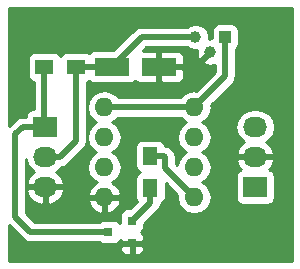
<source format=gbl>
G04 #@! TF.GenerationSoftware,KiCad,Pcbnew,no-vcs-found-0e6723b~58~ubuntu16.10.1*
G04 #@! TF.CreationDate,2017-07-28T21:57:49+01:00*
G04 #@! TF.ProjectId,Discovery SLS controller,446973636F7665727920534C5320636F,rev?*
G04 #@! TF.FileFunction,Copper,L2,Bot,Signal*
G04 #@! TF.FilePolarity,Positive*
%FSLAX46Y46*%
G04 Gerber Fmt 4.6, Leading zero omitted, Abs format (unit mm)*
G04 Created by KiCad (PCBNEW no-vcs-found-0e6723b~58~ubuntu16.10.1) date Fri Jul 28 21:57:49 2017*
%MOMM*%
%LPD*%
G01*
G04 APERTURE LIST*
%ADD10C,0.100000*%
%ADD11R,1.000000X1.000000*%
%ADD12C,1.000000*%
%ADD13R,2.999740X1.501140*%
%ADD14O,1.600000X1.600000*%
%ADD15R,2.032000X1.727200*%
%ADD16O,2.032000X1.727200*%
%ADD17R,0.800100X0.800100*%
%ADD18R,1.300000X1.500000*%
%ADD19R,1.500000X1.300000*%
%ADD20C,0.500000*%
%ADD21C,0.254000*%
G04 APERTURE END LIST*
D10*
D11*
X167640000Y-105410000D03*
D12*
X165100000Y-105410000D03*
X166370000Y-106680000D03*
D13*
X162018980Y-107950000D03*
X158021020Y-107950000D03*
D14*
X157391100Y-111353600D03*
X157391100Y-113893600D03*
X157391100Y-116433600D03*
X157391100Y-118973600D03*
X165011100Y-118973600D03*
X165011100Y-116433600D03*
X165011100Y-113893600D03*
X165011100Y-111353600D03*
D15*
X152400000Y-113030000D03*
D16*
X152400000Y-115570000D03*
X152400000Y-118110000D03*
D15*
X170180000Y-118110000D03*
D16*
X170180000Y-115570000D03*
X170180000Y-113030000D03*
D17*
X159750760Y-120970000D03*
X159750760Y-122870000D03*
X157751780Y-121920000D03*
D18*
X161290000Y-118190000D03*
X161290000Y-115490000D03*
D19*
X155020000Y-107950000D03*
X152320000Y-107950000D03*
D20*
X165100000Y-105410000D02*
X160561020Y-105410000D01*
X160561020Y-105410000D02*
X158021020Y-107950000D01*
X152400000Y-115570000D02*
X153670000Y-115570000D01*
X155020000Y-114220000D02*
X155020000Y-107950000D01*
X153670000Y-115570000D02*
X155020000Y-114220000D01*
X155020000Y-107950000D02*
X158021020Y-107950000D01*
X167640000Y-105410000D02*
X167640000Y-108724700D01*
X167640000Y-108724700D02*
X165011100Y-111353600D01*
X157391100Y-111353600D02*
X165011100Y-111353600D01*
X162560000Y-116522500D02*
X162560000Y-115610000D01*
X162440000Y-115490000D02*
X161290000Y-115490000D01*
X162560000Y-115610000D02*
X162440000Y-115490000D01*
X165011100Y-118973600D02*
X162560000Y-116522500D01*
X157751780Y-121920000D02*
X151130000Y-121920000D01*
X150495000Y-113030000D02*
X152400000Y-113030000D01*
X149860000Y-113665000D02*
X150495000Y-113030000D01*
X149860000Y-120650000D02*
X149860000Y-113665000D01*
X151130000Y-121920000D02*
X149860000Y-120650000D01*
X152320000Y-107950000D02*
X152320000Y-112950000D01*
X152320000Y-112950000D02*
X152400000Y-113030000D01*
X161290000Y-119460000D02*
X161290000Y-118190000D01*
X159750760Y-120970000D02*
X159780000Y-120970000D01*
X159780000Y-120970000D02*
X161290000Y-119460000D01*
D21*
G36*
X173280000Y-124385000D02*
X149300000Y-124385000D01*
X149300000Y-123155750D01*
X158715710Y-123155750D01*
X158715710Y-123396359D01*
X158812383Y-123629748D01*
X158991011Y-123808377D01*
X159224400Y-123905050D01*
X159465010Y-123905050D01*
X159623760Y-123746300D01*
X159623760Y-122997000D01*
X159877760Y-122997000D01*
X159877760Y-123746300D01*
X160036510Y-123905050D01*
X160277120Y-123905050D01*
X160510509Y-123808377D01*
X160689137Y-123629748D01*
X160785810Y-123396359D01*
X160785810Y-123155750D01*
X160627060Y-122997000D01*
X159877760Y-122997000D01*
X159623760Y-122997000D01*
X158874460Y-122997000D01*
X158715710Y-123155750D01*
X149300000Y-123155750D01*
X149300000Y-121341580D01*
X150504208Y-122545787D01*
X150504210Y-122545790D01*
X150791325Y-122737633D01*
X151130000Y-122805001D01*
X151130005Y-122805000D01*
X156934540Y-122805000D01*
X157103965Y-122918207D01*
X157351730Y-122967490D01*
X158151830Y-122967490D01*
X158399595Y-122918207D01*
X158609639Y-122777859D01*
X158729675Y-122598215D01*
X158874460Y-122743000D01*
X159623760Y-122743000D01*
X159623760Y-122723000D01*
X159877760Y-122723000D01*
X159877760Y-122743000D01*
X160627060Y-122743000D01*
X160785810Y-122584250D01*
X160785810Y-122343641D01*
X160689137Y-122110252D01*
X160510509Y-121931623D01*
X160475209Y-121917001D01*
X160608619Y-121827859D01*
X160748967Y-121617815D01*
X160798250Y-121370050D01*
X160798250Y-121203330D01*
X161915787Y-120085792D01*
X161915790Y-120085790D01*
X162107633Y-119798675D01*
X162158287Y-119544020D01*
X162187765Y-119538157D01*
X162397809Y-119397809D01*
X162538157Y-119187765D01*
X162587440Y-118940000D01*
X162587440Y-117801520D01*
X163583083Y-118797162D01*
X163547987Y-118973600D01*
X163657220Y-119522751D01*
X163968289Y-119988298D01*
X164433836Y-120299367D01*
X164982987Y-120408600D01*
X165039213Y-120408600D01*
X165588364Y-120299367D01*
X166053911Y-119988298D01*
X166364980Y-119522751D01*
X166474213Y-118973600D01*
X166364980Y-118424449D01*
X166053911Y-117958902D01*
X165671825Y-117703600D01*
X166053911Y-117448298D01*
X166188815Y-117246400D01*
X168516560Y-117246400D01*
X168516560Y-118973600D01*
X168565843Y-119221365D01*
X168706191Y-119431409D01*
X168916235Y-119571757D01*
X169164000Y-119621040D01*
X171196000Y-119621040D01*
X171443765Y-119571757D01*
X171653809Y-119431409D01*
X171794157Y-119221365D01*
X171843440Y-118973600D01*
X171843440Y-117246400D01*
X171794157Y-116998635D01*
X171653809Y-116788591D01*
X171443765Y-116648243D01*
X171353590Y-116630306D01*
X171530732Y-116472036D01*
X171784709Y-115944791D01*
X171787358Y-115929026D01*
X171666217Y-115697000D01*
X170307000Y-115697000D01*
X170307000Y-115717000D01*
X170053000Y-115717000D01*
X170053000Y-115697000D01*
X168693783Y-115697000D01*
X168572642Y-115929026D01*
X168575291Y-115944791D01*
X168829268Y-116472036D01*
X169006410Y-116630306D01*
X168916235Y-116648243D01*
X168706191Y-116788591D01*
X168565843Y-116998635D01*
X168516560Y-117246400D01*
X166188815Y-117246400D01*
X166364980Y-116982751D01*
X166474213Y-116433600D01*
X166364980Y-115884449D01*
X166053911Y-115418902D01*
X165671825Y-115163600D01*
X166053911Y-114908298D01*
X166364980Y-114442751D01*
X166474213Y-113893600D01*
X166364980Y-113344449D01*
X166154872Y-113030000D01*
X168496655Y-113030000D01*
X168610729Y-113603489D01*
X168935585Y-114089670D01*
X169245069Y-114296461D01*
X168829268Y-114667964D01*
X168575291Y-115195209D01*
X168572642Y-115210974D01*
X168693783Y-115443000D01*
X170053000Y-115443000D01*
X170053000Y-115423000D01*
X170307000Y-115423000D01*
X170307000Y-115443000D01*
X171666217Y-115443000D01*
X171787358Y-115210974D01*
X171784709Y-115195209D01*
X171530732Y-114667964D01*
X171114931Y-114296461D01*
X171424415Y-114089670D01*
X171749271Y-113603489D01*
X171863345Y-113030000D01*
X171749271Y-112456511D01*
X171424415Y-111970330D01*
X170938234Y-111645474D01*
X170364745Y-111531400D01*
X169995255Y-111531400D01*
X169421766Y-111645474D01*
X168935585Y-111970330D01*
X168610729Y-112456511D01*
X168496655Y-113030000D01*
X166154872Y-113030000D01*
X166053911Y-112878902D01*
X165671825Y-112623600D01*
X166053911Y-112368298D01*
X166364980Y-111902751D01*
X166474213Y-111353600D01*
X166439117Y-111177162D01*
X168265787Y-109350492D01*
X168265790Y-109350490D01*
X168457633Y-109063375D01*
X168503060Y-108835000D01*
X168525001Y-108724700D01*
X168525000Y-108724695D01*
X168525000Y-106416459D01*
X168597809Y-106367809D01*
X168738157Y-106157765D01*
X168787440Y-105910000D01*
X168787440Y-104910000D01*
X168738157Y-104662235D01*
X168597809Y-104452191D01*
X168387765Y-104311843D01*
X168140000Y-104262560D01*
X167140000Y-104262560D01*
X166892235Y-104311843D01*
X166682191Y-104452191D01*
X166541843Y-104662235D01*
X166492560Y-104910000D01*
X166492560Y-105533479D01*
X166234877Y-105551727D01*
X166235197Y-105185225D01*
X166062767Y-104767914D01*
X165743765Y-104448355D01*
X165326756Y-104275197D01*
X164875225Y-104274803D01*
X164457914Y-104447233D01*
X164380011Y-104525000D01*
X160561020Y-104525000D01*
X160222345Y-104592367D01*
X159935230Y-104784210D01*
X159935228Y-104784213D01*
X158167450Y-106551990D01*
X156521150Y-106551990D01*
X156273385Y-106601273D01*
X156070319Y-106736959D01*
X156017765Y-106701843D01*
X155770000Y-106652560D01*
X154270000Y-106652560D01*
X154022235Y-106701843D01*
X153812191Y-106842191D01*
X153671843Y-107052235D01*
X153670000Y-107061500D01*
X153668157Y-107052235D01*
X153527809Y-106842191D01*
X153317765Y-106701843D01*
X153070000Y-106652560D01*
X151570000Y-106652560D01*
X151322235Y-106701843D01*
X151112191Y-106842191D01*
X150971843Y-107052235D01*
X150922560Y-107300000D01*
X150922560Y-108600000D01*
X150971843Y-108847765D01*
X151112191Y-109057809D01*
X151322235Y-109198157D01*
X151435000Y-109220587D01*
X151435000Y-111518960D01*
X151384000Y-111518960D01*
X151136235Y-111568243D01*
X150926191Y-111708591D01*
X150785843Y-111918635D01*
X150740817Y-112145000D01*
X150495005Y-112145000D01*
X150495000Y-112144999D01*
X150156326Y-112212366D01*
X150156324Y-112212367D01*
X150156325Y-112212367D01*
X149869210Y-112404210D01*
X149869208Y-112404213D01*
X149300000Y-112973420D01*
X149300000Y-102945000D01*
X173280000Y-102945000D01*
X173280000Y-124385000D01*
X173280000Y-124385000D01*
G37*
X173280000Y-124385000D02*
X149300000Y-124385000D01*
X149300000Y-123155750D01*
X158715710Y-123155750D01*
X158715710Y-123396359D01*
X158812383Y-123629748D01*
X158991011Y-123808377D01*
X159224400Y-123905050D01*
X159465010Y-123905050D01*
X159623760Y-123746300D01*
X159623760Y-122997000D01*
X159877760Y-122997000D01*
X159877760Y-123746300D01*
X160036510Y-123905050D01*
X160277120Y-123905050D01*
X160510509Y-123808377D01*
X160689137Y-123629748D01*
X160785810Y-123396359D01*
X160785810Y-123155750D01*
X160627060Y-122997000D01*
X159877760Y-122997000D01*
X159623760Y-122997000D01*
X158874460Y-122997000D01*
X158715710Y-123155750D01*
X149300000Y-123155750D01*
X149300000Y-121341580D01*
X150504208Y-122545787D01*
X150504210Y-122545790D01*
X150791325Y-122737633D01*
X151130000Y-122805001D01*
X151130005Y-122805000D01*
X156934540Y-122805000D01*
X157103965Y-122918207D01*
X157351730Y-122967490D01*
X158151830Y-122967490D01*
X158399595Y-122918207D01*
X158609639Y-122777859D01*
X158729675Y-122598215D01*
X158874460Y-122743000D01*
X159623760Y-122743000D01*
X159623760Y-122723000D01*
X159877760Y-122723000D01*
X159877760Y-122743000D01*
X160627060Y-122743000D01*
X160785810Y-122584250D01*
X160785810Y-122343641D01*
X160689137Y-122110252D01*
X160510509Y-121931623D01*
X160475209Y-121917001D01*
X160608619Y-121827859D01*
X160748967Y-121617815D01*
X160798250Y-121370050D01*
X160798250Y-121203330D01*
X161915787Y-120085792D01*
X161915790Y-120085790D01*
X162107633Y-119798675D01*
X162158287Y-119544020D01*
X162187765Y-119538157D01*
X162397809Y-119397809D01*
X162538157Y-119187765D01*
X162587440Y-118940000D01*
X162587440Y-117801520D01*
X163583083Y-118797162D01*
X163547987Y-118973600D01*
X163657220Y-119522751D01*
X163968289Y-119988298D01*
X164433836Y-120299367D01*
X164982987Y-120408600D01*
X165039213Y-120408600D01*
X165588364Y-120299367D01*
X166053911Y-119988298D01*
X166364980Y-119522751D01*
X166474213Y-118973600D01*
X166364980Y-118424449D01*
X166053911Y-117958902D01*
X165671825Y-117703600D01*
X166053911Y-117448298D01*
X166188815Y-117246400D01*
X168516560Y-117246400D01*
X168516560Y-118973600D01*
X168565843Y-119221365D01*
X168706191Y-119431409D01*
X168916235Y-119571757D01*
X169164000Y-119621040D01*
X171196000Y-119621040D01*
X171443765Y-119571757D01*
X171653809Y-119431409D01*
X171794157Y-119221365D01*
X171843440Y-118973600D01*
X171843440Y-117246400D01*
X171794157Y-116998635D01*
X171653809Y-116788591D01*
X171443765Y-116648243D01*
X171353590Y-116630306D01*
X171530732Y-116472036D01*
X171784709Y-115944791D01*
X171787358Y-115929026D01*
X171666217Y-115697000D01*
X170307000Y-115697000D01*
X170307000Y-115717000D01*
X170053000Y-115717000D01*
X170053000Y-115697000D01*
X168693783Y-115697000D01*
X168572642Y-115929026D01*
X168575291Y-115944791D01*
X168829268Y-116472036D01*
X169006410Y-116630306D01*
X168916235Y-116648243D01*
X168706191Y-116788591D01*
X168565843Y-116998635D01*
X168516560Y-117246400D01*
X166188815Y-117246400D01*
X166364980Y-116982751D01*
X166474213Y-116433600D01*
X166364980Y-115884449D01*
X166053911Y-115418902D01*
X165671825Y-115163600D01*
X166053911Y-114908298D01*
X166364980Y-114442751D01*
X166474213Y-113893600D01*
X166364980Y-113344449D01*
X166154872Y-113030000D01*
X168496655Y-113030000D01*
X168610729Y-113603489D01*
X168935585Y-114089670D01*
X169245069Y-114296461D01*
X168829268Y-114667964D01*
X168575291Y-115195209D01*
X168572642Y-115210974D01*
X168693783Y-115443000D01*
X170053000Y-115443000D01*
X170053000Y-115423000D01*
X170307000Y-115423000D01*
X170307000Y-115443000D01*
X171666217Y-115443000D01*
X171787358Y-115210974D01*
X171784709Y-115195209D01*
X171530732Y-114667964D01*
X171114931Y-114296461D01*
X171424415Y-114089670D01*
X171749271Y-113603489D01*
X171863345Y-113030000D01*
X171749271Y-112456511D01*
X171424415Y-111970330D01*
X170938234Y-111645474D01*
X170364745Y-111531400D01*
X169995255Y-111531400D01*
X169421766Y-111645474D01*
X168935585Y-111970330D01*
X168610729Y-112456511D01*
X168496655Y-113030000D01*
X166154872Y-113030000D01*
X166053911Y-112878902D01*
X165671825Y-112623600D01*
X166053911Y-112368298D01*
X166364980Y-111902751D01*
X166474213Y-111353600D01*
X166439117Y-111177162D01*
X168265787Y-109350492D01*
X168265790Y-109350490D01*
X168457633Y-109063375D01*
X168503060Y-108835000D01*
X168525001Y-108724700D01*
X168525000Y-108724695D01*
X168525000Y-106416459D01*
X168597809Y-106367809D01*
X168738157Y-106157765D01*
X168787440Y-105910000D01*
X168787440Y-104910000D01*
X168738157Y-104662235D01*
X168597809Y-104452191D01*
X168387765Y-104311843D01*
X168140000Y-104262560D01*
X167140000Y-104262560D01*
X166892235Y-104311843D01*
X166682191Y-104452191D01*
X166541843Y-104662235D01*
X166492560Y-104910000D01*
X166492560Y-105533479D01*
X166234877Y-105551727D01*
X166235197Y-105185225D01*
X166062767Y-104767914D01*
X165743765Y-104448355D01*
X165326756Y-104275197D01*
X164875225Y-104274803D01*
X164457914Y-104447233D01*
X164380011Y-104525000D01*
X160561020Y-104525000D01*
X160222345Y-104592367D01*
X159935230Y-104784210D01*
X159935228Y-104784213D01*
X158167450Y-106551990D01*
X156521150Y-106551990D01*
X156273385Y-106601273D01*
X156070319Y-106736959D01*
X156017765Y-106701843D01*
X155770000Y-106652560D01*
X154270000Y-106652560D01*
X154022235Y-106701843D01*
X153812191Y-106842191D01*
X153671843Y-107052235D01*
X153670000Y-107061500D01*
X153668157Y-107052235D01*
X153527809Y-106842191D01*
X153317765Y-106701843D01*
X153070000Y-106652560D01*
X151570000Y-106652560D01*
X151322235Y-106701843D01*
X151112191Y-106842191D01*
X150971843Y-107052235D01*
X150922560Y-107300000D01*
X150922560Y-108600000D01*
X150971843Y-108847765D01*
X151112191Y-109057809D01*
X151322235Y-109198157D01*
X151435000Y-109220587D01*
X151435000Y-111518960D01*
X151384000Y-111518960D01*
X151136235Y-111568243D01*
X150926191Y-111708591D01*
X150785843Y-111918635D01*
X150740817Y-112145000D01*
X150495005Y-112145000D01*
X150495000Y-112144999D01*
X150156326Y-112212366D01*
X150156324Y-112212367D01*
X150156325Y-112212367D01*
X149869210Y-112404210D01*
X149869208Y-112404213D01*
X149300000Y-112973420D01*
X149300000Y-102945000D01*
X173280000Y-102945000D01*
X173280000Y-124385000D01*
G36*
X164456235Y-106371645D02*
X164873244Y-106544803D01*
X165222606Y-106545108D01*
X165253783Y-106985375D01*
X165364783Y-107253352D01*
X165579896Y-107290499D01*
X166190395Y-106680000D01*
X166176253Y-106665858D01*
X166355858Y-106486253D01*
X166370000Y-106500395D01*
X166384143Y-106486253D01*
X166563748Y-106665858D01*
X166549605Y-106680000D01*
X166563748Y-106694143D01*
X166384143Y-106873748D01*
X166370000Y-106859605D01*
X165759501Y-107470104D01*
X165796648Y-107685217D01*
X166224972Y-107828112D01*
X166675375Y-107796217D01*
X166755000Y-107763235D01*
X166755000Y-108358121D01*
X165168753Y-109944367D01*
X165039213Y-109918600D01*
X164982987Y-109918600D01*
X164433836Y-110027833D01*
X163968289Y-110338902D01*
X163881627Y-110468600D01*
X158520573Y-110468600D01*
X158433911Y-110338902D01*
X157968364Y-110027833D01*
X157419213Y-109918600D01*
X157362987Y-109918600D01*
X156813836Y-110027833D01*
X156348289Y-110338902D01*
X156037220Y-110804449D01*
X155927987Y-111353600D01*
X156037220Y-111902751D01*
X156348289Y-112368298D01*
X156730375Y-112623600D01*
X156348289Y-112878902D01*
X156037220Y-113344449D01*
X155927987Y-113893600D01*
X156037220Y-114442751D01*
X156348289Y-114908298D01*
X156730375Y-115163600D01*
X156348289Y-115418902D01*
X156037220Y-115884449D01*
X155927987Y-116433600D01*
X156037220Y-116982751D01*
X156348289Y-117448298D01*
X156752803Y-117718586D01*
X156535966Y-117821211D01*
X156160059Y-118236177D01*
X155999196Y-118624561D01*
X156121185Y-118846600D01*
X157264100Y-118846600D01*
X157264100Y-118826600D01*
X157518100Y-118826600D01*
X157518100Y-118846600D01*
X158661015Y-118846600D01*
X158783004Y-118624561D01*
X158622141Y-118236177D01*
X158246234Y-117821211D01*
X158029397Y-117718586D01*
X158433911Y-117448298D01*
X158744980Y-116982751D01*
X158854213Y-116433600D01*
X158744980Y-115884449D01*
X158433911Y-115418902D01*
X158051825Y-115163600D01*
X158433911Y-114908298D01*
X158744980Y-114442751D01*
X158854213Y-113893600D01*
X158744980Y-113344449D01*
X158433911Y-112878902D01*
X158051825Y-112623600D01*
X158433911Y-112368298D01*
X158520573Y-112238600D01*
X163881627Y-112238600D01*
X163968289Y-112368298D01*
X164350375Y-112623600D01*
X163968289Y-112878902D01*
X163657220Y-113344449D01*
X163547987Y-113893600D01*
X163657220Y-114442751D01*
X163968289Y-114908298D01*
X164350375Y-115163600D01*
X163968289Y-115418902D01*
X163657220Y-115884449D01*
X163576970Y-116287891D01*
X163445000Y-116155920D01*
X163445000Y-115610005D01*
X163445001Y-115610000D01*
X163377633Y-115271326D01*
X163377633Y-115271325D01*
X163185790Y-114984210D01*
X163185787Y-114984208D01*
X163065790Y-114864210D01*
X163038222Y-114845790D01*
X162778675Y-114672367D01*
X162722484Y-114661190D01*
X162565555Y-114629974D01*
X162538157Y-114492235D01*
X162397809Y-114282191D01*
X162187765Y-114141843D01*
X161940000Y-114092560D01*
X160640000Y-114092560D01*
X160392235Y-114141843D01*
X160182191Y-114282191D01*
X160041843Y-114492235D01*
X159992560Y-114740000D01*
X159992560Y-116240000D01*
X160041843Y-116487765D01*
X160182191Y-116697809D01*
X160392235Y-116838157D01*
X160401500Y-116840000D01*
X160392235Y-116841843D01*
X160182191Y-116982191D01*
X160041843Y-117192235D01*
X159992560Y-117440000D01*
X159992560Y-118940000D01*
X160041843Y-119187765D01*
X160149515Y-119348906D01*
X159575910Y-119922510D01*
X159350710Y-119922510D01*
X159102945Y-119971793D01*
X158892901Y-120112141D01*
X158752553Y-120322185D01*
X158703270Y-120569950D01*
X158703270Y-121202269D01*
X158609639Y-121062141D01*
X158399595Y-120921793D01*
X158151830Y-120872510D01*
X157351730Y-120872510D01*
X157103965Y-120921793D01*
X156934540Y-121035000D01*
X151496579Y-121035000D01*
X150745000Y-120283420D01*
X150745000Y-118469026D01*
X150792642Y-118469026D01*
X150795291Y-118484791D01*
X151049268Y-119012036D01*
X151485680Y-119401954D01*
X152038087Y-119595184D01*
X152273000Y-119450924D01*
X152273000Y-118237000D01*
X152527000Y-118237000D01*
X152527000Y-119450924D01*
X152761913Y-119595184D01*
X153314320Y-119401954D01*
X153403092Y-119322639D01*
X155999196Y-119322639D01*
X156160059Y-119711023D01*
X156535966Y-120125989D01*
X157042059Y-120365514D01*
X157264100Y-120244229D01*
X157264100Y-119100600D01*
X157518100Y-119100600D01*
X157518100Y-120244229D01*
X157740141Y-120365514D01*
X158246234Y-120125989D01*
X158622141Y-119711023D01*
X158783004Y-119322639D01*
X158661015Y-119100600D01*
X157518100Y-119100600D01*
X157264100Y-119100600D01*
X156121185Y-119100600D01*
X155999196Y-119322639D01*
X153403092Y-119322639D01*
X153750732Y-119012036D01*
X154004709Y-118484791D01*
X154007358Y-118469026D01*
X153886217Y-118237000D01*
X152527000Y-118237000D01*
X152273000Y-118237000D01*
X150913783Y-118237000D01*
X150792642Y-118469026D01*
X150745000Y-118469026D01*
X150745000Y-115712500D01*
X150830729Y-116143489D01*
X151155585Y-116629670D01*
X151465069Y-116836461D01*
X151049268Y-117207964D01*
X150795291Y-117735209D01*
X150792642Y-117750974D01*
X150913783Y-117983000D01*
X152273000Y-117983000D01*
X152273000Y-117963000D01*
X152527000Y-117963000D01*
X152527000Y-117983000D01*
X153886217Y-117983000D01*
X154007358Y-117750974D01*
X154004709Y-117735209D01*
X153750732Y-117207964D01*
X153334931Y-116836461D01*
X153644415Y-116629670D01*
X153775093Y-116434096D01*
X153952484Y-116398810D01*
X154008675Y-116387633D01*
X154295790Y-116195790D01*
X155645787Y-114845792D01*
X155645790Y-114845790D01*
X155837633Y-114558675D01*
X155905000Y-114220000D01*
X155905000Y-109220587D01*
X156017765Y-109198157D01*
X156070319Y-109163041D01*
X156273385Y-109298727D01*
X156521150Y-109348010D01*
X159520890Y-109348010D01*
X159768655Y-109298727D01*
X159978699Y-109158379D01*
X160018831Y-109098317D01*
X160159412Y-109238897D01*
X160392801Y-109335570D01*
X161733230Y-109335570D01*
X161891980Y-109176820D01*
X161891980Y-108077000D01*
X162145980Y-108077000D01*
X162145980Y-109176820D01*
X162304730Y-109335570D01*
X163645159Y-109335570D01*
X163878548Y-109238897D01*
X164057177Y-109060269D01*
X164153850Y-108826880D01*
X164153850Y-108235750D01*
X163995100Y-108077000D01*
X162145980Y-108077000D01*
X161891980Y-108077000D01*
X161871980Y-108077000D01*
X161871980Y-107823000D01*
X161891980Y-107823000D01*
X161891980Y-106723180D01*
X162145980Y-106723180D01*
X162145980Y-107823000D01*
X163995100Y-107823000D01*
X164153850Y-107664250D01*
X164153850Y-107073120D01*
X164057177Y-106839731D01*
X163878548Y-106661103D01*
X163645159Y-106564430D01*
X162304730Y-106564430D01*
X162145980Y-106723180D01*
X161891980Y-106723180D01*
X161733230Y-106564430D01*
X160658169Y-106564430D01*
X160927599Y-106295000D01*
X164379724Y-106295000D01*
X164456235Y-106371645D01*
X164456235Y-106371645D01*
G37*
X164456235Y-106371645D02*
X164873244Y-106544803D01*
X165222606Y-106545108D01*
X165253783Y-106985375D01*
X165364783Y-107253352D01*
X165579896Y-107290499D01*
X166190395Y-106680000D01*
X166176253Y-106665858D01*
X166355858Y-106486253D01*
X166370000Y-106500395D01*
X166384143Y-106486253D01*
X166563748Y-106665858D01*
X166549605Y-106680000D01*
X166563748Y-106694143D01*
X166384143Y-106873748D01*
X166370000Y-106859605D01*
X165759501Y-107470104D01*
X165796648Y-107685217D01*
X166224972Y-107828112D01*
X166675375Y-107796217D01*
X166755000Y-107763235D01*
X166755000Y-108358121D01*
X165168753Y-109944367D01*
X165039213Y-109918600D01*
X164982987Y-109918600D01*
X164433836Y-110027833D01*
X163968289Y-110338902D01*
X163881627Y-110468600D01*
X158520573Y-110468600D01*
X158433911Y-110338902D01*
X157968364Y-110027833D01*
X157419213Y-109918600D01*
X157362987Y-109918600D01*
X156813836Y-110027833D01*
X156348289Y-110338902D01*
X156037220Y-110804449D01*
X155927987Y-111353600D01*
X156037220Y-111902751D01*
X156348289Y-112368298D01*
X156730375Y-112623600D01*
X156348289Y-112878902D01*
X156037220Y-113344449D01*
X155927987Y-113893600D01*
X156037220Y-114442751D01*
X156348289Y-114908298D01*
X156730375Y-115163600D01*
X156348289Y-115418902D01*
X156037220Y-115884449D01*
X155927987Y-116433600D01*
X156037220Y-116982751D01*
X156348289Y-117448298D01*
X156752803Y-117718586D01*
X156535966Y-117821211D01*
X156160059Y-118236177D01*
X155999196Y-118624561D01*
X156121185Y-118846600D01*
X157264100Y-118846600D01*
X157264100Y-118826600D01*
X157518100Y-118826600D01*
X157518100Y-118846600D01*
X158661015Y-118846600D01*
X158783004Y-118624561D01*
X158622141Y-118236177D01*
X158246234Y-117821211D01*
X158029397Y-117718586D01*
X158433911Y-117448298D01*
X158744980Y-116982751D01*
X158854213Y-116433600D01*
X158744980Y-115884449D01*
X158433911Y-115418902D01*
X158051825Y-115163600D01*
X158433911Y-114908298D01*
X158744980Y-114442751D01*
X158854213Y-113893600D01*
X158744980Y-113344449D01*
X158433911Y-112878902D01*
X158051825Y-112623600D01*
X158433911Y-112368298D01*
X158520573Y-112238600D01*
X163881627Y-112238600D01*
X163968289Y-112368298D01*
X164350375Y-112623600D01*
X163968289Y-112878902D01*
X163657220Y-113344449D01*
X163547987Y-113893600D01*
X163657220Y-114442751D01*
X163968289Y-114908298D01*
X164350375Y-115163600D01*
X163968289Y-115418902D01*
X163657220Y-115884449D01*
X163576970Y-116287891D01*
X163445000Y-116155920D01*
X163445000Y-115610005D01*
X163445001Y-115610000D01*
X163377633Y-115271326D01*
X163377633Y-115271325D01*
X163185790Y-114984210D01*
X163185787Y-114984208D01*
X163065790Y-114864210D01*
X163038222Y-114845790D01*
X162778675Y-114672367D01*
X162722484Y-114661190D01*
X162565555Y-114629974D01*
X162538157Y-114492235D01*
X162397809Y-114282191D01*
X162187765Y-114141843D01*
X161940000Y-114092560D01*
X160640000Y-114092560D01*
X160392235Y-114141843D01*
X160182191Y-114282191D01*
X160041843Y-114492235D01*
X159992560Y-114740000D01*
X159992560Y-116240000D01*
X160041843Y-116487765D01*
X160182191Y-116697809D01*
X160392235Y-116838157D01*
X160401500Y-116840000D01*
X160392235Y-116841843D01*
X160182191Y-116982191D01*
X160041843Y-117192235D01*
X159992560Y-117440000D01*
X159992560Y-118940000D01*
X160041843Y-119187765D01*
X160149515Y-119348906D01*
X159575910Y-119922510D01*
X159350710Y-119922510D01*
X159102945Y-119971793D01*
X158892901Y-120112141D01*
X158752553Y-120322185D01*
X158703270Y-120569950D01*
X158703270Y-121202269D01*
X158609639Y-121062141D01*
X158399595Y-120921793D01*
X158151830Y-120872510D01*
X157351730Y-120872510D01*
X157103965Y-120921793D01*
X156934540Y-121035000D01*
X151496579Y-121035000D01*
X150745000Y-120283420D01*
X150745000Y-118469026D01*
X150792642Y-118469026D01*
X150795291Y-118484791D01*
X151049268Y-119012036D01*
X151485680Y-119401954D01*
X152038087Y-119595184D01*
X152273000Y-119450924D01*
X152273000Y-118237000D01*
X152527000Y-118237000D01*
X152527000Y-119450924D01*
X152761913Y-119595184D01*
X153314320Y-119401954D01*
X153403092Y-119322639D01*
X155999196Y-119322639D01*
X156160059Y-119711023D01*
X156535966Y-120125989D01*
X157042059Y-120365514D01*
X157264100Y-120244229D01*
X157264100Y-119100600D01*
X157518100Y-119100600D01*
X157518100Y-120244229D01*
X157740141Y-120365514D01*
X158246234Y-120125989D01*
X158622141Y-119711023D01*
X158783004Y-119322639D01*
X158661015Y-119100600D01*
X157518100Y-119100600D01*
X157264100Y-119100600D01*
X156121185Y-119100600D01*
X155999196Y-119322639D01*
X153403092Y-119322639D01*
X153750732Y-119012036D01*
X154004709Y-118484791D01*
X154007358Y-118469026D01*
X153886217Y-118237000D01*
X152527000Y-118237000D01*
X152273000Y-118237000D01*
X150913783Y-118237000D01*
X150792642Y-118469026D01*
X150745000Y-118469026D01*
X150745000Y-115712500D01*
X150830729Y-116143489D01*
X151155585Y-116629670D01*
X151465069Y-116836461D01*
X151049268Y-117207964D01*
X150795291Y-117735209D01*
X150792642Y-117750974D01*
X150913783Y-117983000D01*
X152273000Y-117983000D01*
X152273000Y-117963000D01*
X152527000Y-117963000D01*
X152527000Y-117983000D01*
X153886217Y-117983000D01*
X154007358Y-117750974D01*
X154004709Y-117735209D01*
X153750732Y-117207964D01*
X153334931Y-116836461D01*
X153644415Y-116629670D01*
X153775093Y-116434096D01*
X153952484Y-116398810D01*
X154008675Y-116387633D01*
X154295790Y-116195790D01*
X155645787Y-114845792D01*
X155645790Y-114845790D01*
X155837633Y-114558675D01*
X155905000Y-114220000D01*
X155905000Y-109220587D01*
X156017765Y-109198157D01*
X156070319Y-109163041D01*
X156273385Y-109298727D01*
X156521150Y-109348010D01*
X159520890Y-109348010D01*
X159768655Y-109298727D01*
X159978699Y-109158379D01*
X160018831Y-109098317D01*
X160159412Y-109238897D01*
X160392801Y-109335570D01*
X161733230Y-109335570D01*
X161891980Y-109176820D01*
X161891980Y-108077000D01*
X162145980Y-108077000D01*
X162145980Y-109176820D01*
X162304730Y-109335570D01*
X163645159Y-109335570D01*
X163878548Y-109238897D01*
X164057177Y-109060269D01*
X164153850Y-108826880D01*
X164153850Y-108235750D01*
X163995100Y-108077000D01*
X162145980Y-108077000D01*
X161891980Y-108077000D01*
X161871980Y-108077000D01*
X161871980Y-107823000D01*
X161891980Y-107823000D01*
X161891980Y-106723180D01*
X162145980Y-106723180D01*
X162145980Y-107823000D01*
X163995100Y-107823000D01*
X164153850Y-107664250D01*
X164153850Y-107073120D01*
X164057177Y-106839731D01*
X163878548Y-106661103D01*
X163645159Y-106564430D01*
X162304730Y-106564430D01*
X162145980Y-106723180D01*
X161891980Y-106723180D01*
X161733230Y-106564430D01*
X160658169Y-106564430D01*
X160927599Y-106295000D01*
X164379724Y-106295000D01*
X164456235Y-106371645D01*
M02*

</source>
